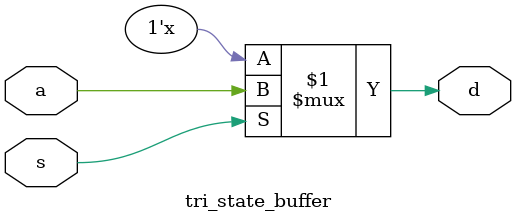
<source format=v>
module tri_state_buffer(
	input a, 
	input s, 
	output d
); 
assign d = s? a:1'bz; // trở kháng cao 
endmodule
</source>
